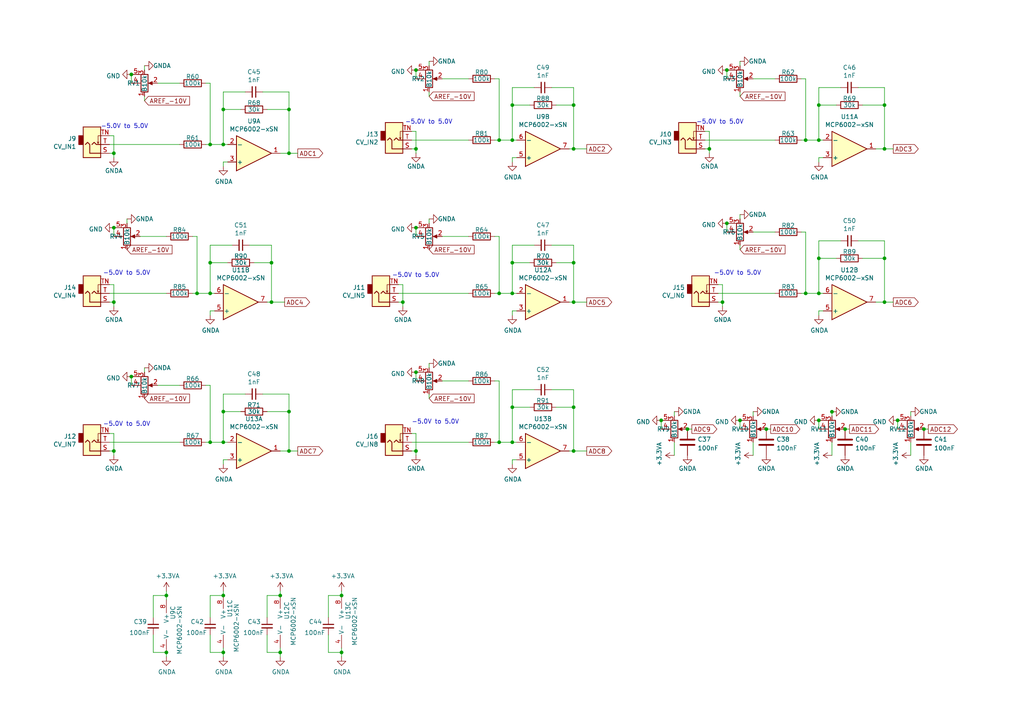
<source format=kicad_sch>
(kicad_sch (version 20211123) (generator eeschema)
  (paper "A4")
  (lib_symbols
    (symbol "Amplifier_Operational:MCP6002-xSN" (pin_names (offset 0.127))
      (property "Reference" "U" (at 0 5.08 0))
      (property "Value" "MCP6002-xSN" (at 0 -5.08 0))
      (symbol "MCP6002-xSN_1_1"
        (pin output line (at 7.62 0 180) (length 2.54) (name "~") (number "1"))
        (pin input line (at -7.62 -2.54 0) (length 2.54) (name "-") (number "2"))
        (pin input line (at -7.62 2.54 0) (length 2.54) (name "+") (number "3"))
      )
      (symbol "MCP6002-xSN_2_1"
        (pin input line (at -7.62 2.54 0) (length 2.54) (name "+") (number "5"))
        (pin input line (at -7.62 -2.54 0) (length 2.54) (name "-") (number "6"))
        (pin output line (at 7.62 0 180) (length 2.54) (name "~") (number "7"))
      )
      (symbol "MCP6002-xSN_3_1"
        (pin power_in line (at -2.54 -7.62 90) (length 3.81) (name "V-") (number "4"))
        (pin power_in line (at -2.54 7.62 270) (length 3.81) (name "V+") (number "8"))
      )
    )
    (symbol "BadPixel_Symbols:R_POT_GND" (pin_names (offset 1.016) hide)
      (property "Reference" "RV" (at -4.445 0 90))
      (property "Value" "R_POT_GND" (at -2.54 0 90))
      (symbol "R_POT_GND_1_1"
        (pin passive line (at 0 3.81 270) (length 1.27) (name "1") (number "1"))
        (pin passive line (at 3.81 0 180) (length 1.27) (name "2") (number "2"))
        (pin passive line (at 0 -3.81 90) (length 1.27) (name "3") (number "3"))
        (pin passive line (at -3.81 0 0) (length 2.54) (name "4") (number "4"))
        (pin passive line (at -3.81 -2.54 0) (length 2.54) (name "5") (number "5"))
      )
    )
    (symbol "Connector:AudioJack2_SwitchT"
      (property "Reference" "J" (at 0 8.89 0))
      (property "Value" "AudioJack2_SwitchT" (at 0 6.35 0))
      (symbol "AudioJack2_SwitchT_1_1"
        (pin passive line (at 5.08 2.54 180) (length 2.54) (name "~") (number "S"))
        (pin passive line (at 5.08 0 180) (length 2.54) (name "~") (number "T"))
        (pin passive line (at 5.08 -2.54 180) (length 2.54) (name "~") (number "TN"))
      )
    )
    (symbol "Device:C" (pin_numbers hide) (pin_names (offset 0.254))
      (property "Reference" "C" (at 0.635 2.54 0))
      (property "Value" "C" (at 0.635 -2.54 0))
      (symbol "C_1_1"
        (pin passive line (at 0 3.81 270) (length 2.794) (name "~") (number "1"))
        (pin passive line (at 0 -3.81 90) (length 2.794) (name "~") (number "2"))
      )
    )
    (symbol "Device:C_Small" (pin_numbers hide) (pin_names (offset 0.254) hide)
      (property "Reference" "C" (at 0.254 1.778 0))
      (property "Value" "C_Small" (at 0.254 -2.032 0))
      (symbol "C_Small_1_1"
        (pin passive line (at 0 2.54 270) (length 2.032) (name "~") (number "1"))
        (pin passive line (at 0 -2.54 90) (length 2.032) (name "~") (number "2"))
      )
    )
    (symbol "Device:R" (pin_numbers hide) (pin_names (offset 0))
      (property "Reference" "R" (at 2.032 0 90))
      (property "Value" "R" (at 0 0 90))
      (symbol "R_1_1"
        (pin passive line (at 0 3.81 270) (length 1.27) (name "~") (number "1"))
        (pin passive line (at 0 -3.81 90) (length 1.27) (name "~") (number "2"))
      )
    )
    (symbol "power:+3.3VA" (power) (pin_names (offset 0))
      (property "Value" "+3.3VA" (at 0 3.556 0))
      (symbol "+3.3VA_1_1"
        (pin power_in line (at 0 0 90) (length 0) hide (name "+3.3VA") (number "1"))
      )
    )
    (symbol "power:GND" (power) (pin_names (offset 0))
      (property "Value" "GND" (at 0 -3.81 0))
      (symbol "GND_1_1"
        (pin power_in line (at 0 0 270) (length 0) hide (name "GND") (number "1"))
      )
    )
    (symbol "power:GNDA" (power) (pin_names (offset 0))
      (property "Value" "GNDA" (at 0 -3.81 0))
      (symbol "GNDA_1_1"
        (pin power_in line (at 0 0 270) (length 0) hide (name "GNDA") (number "1"))
      )
    )
  )
  (junction (at 33.02 66.04))
  (junction (at 214.63 121.92))
  (junction (at 99.06 172.72))
  (junction (at 64.77 189.23))
  (junction (at 267.97 124.46))
  (junction (at 148.59 40.64))
  (junction (at 64.77 119.38))
  (junction (at 33.02 87.63))
  (junction (at 237.49 74.93))
  (junction (at 166.37 130.81))
  (junction (at 78.74 87.63))
  (junction (at 237.49 85.09))
  (junction (at 60.96 128.27))
  (junction (at 33.02 44.45))
  (junction (at 245.11 124.46))
  (junction (at 260.35 121.92))
  (junction (at 148.59 30.48))
  (junction (at 57.15 85.09))
  (junction (at 241.3 119.4326))
  (junction (at 166.37 87.63))
  (junction (at 83.82 130.81))
  (junction (at 191.77 121.92))
  (junction (at 38.1 21.59))
  (junction (at 64.77 31.75))
  (junction (at 166.37 76.2))
  (junction (at 237.49 121.92))
  (junction (at 81.28 172.72))
  (junction (at 210.82 20.32))
  (junction (at 83.82 44.45))
  (junction (at 48.26 172.72))
  (junction (at 64.77 41.91))
  (junction (at 233.68 85.09))
  (junction (at 210.82 64.77))
  (junction (at 120.65 20.32))
  (junction (at 209.55 87.63))
  (junction (at 38.1 109.22))
  (junction (at 166.37 43.18))
  (junction (at 144.78 85.09))
  (junction (at 256.54 43.18))
  (junction (at 233.68 40.64))
  (junction (at 148.59 85.09))
  (junction (at 205.74 43.18))
  (junction (at 81.28 189.23))
  (junction (at 60.96 85.09))
  (junction (at 148.59 76.2))
  (junction (at 256.54 74.93))
  (junction (at 144.78 40.64))
  (junction (at 120.65 66.04))
  (junction (at 120.65 107.95))
  (junction (at 166.37 118.11))
  (junction (at 64.77 128.27))
  (junction (at 120.65 43.18))
  (junction (at 83.82 31.75))
  (junction (at 199.39 124.46))
  (junction (at 116.84 87.63))
  (junction (at 78.74 76.2))
  (junction (at 222.25 124.46))
  (junction (at 64.77 172.72))
  (junction (at 120.65 130.81))
  (junction (at 148.59 118.11))
  (junction (at 144.78 128.27))
  (junction (at 99.06 189.23))
  (junction (at 256.54 87.63))
  (junction (at 33.02 130.81))
  (junction (at 237.49 40.64))
  (junction (at 166.37 30.48))
  (junction (at 83.82 119.38))
  (junction (at 148.59 128.27))
  (junction (at 60.96 41.91))
  (junction (at 60.96 76.2))
  (junction (at 256.54 30.48))
  (junction (at 237.49 30.48))
  (junction (at 48.26 189.23))
  (wire (pts (xy 78.74 87.63) (xy 77.47 87.63)))
  (wire (pts (xy 64.77 46.99) (xy 66.04 46.99)))
  (wire (pts (xy 256.54 69.85) (xy 256.54 74.93)))
  (wire (pts (xy 160.02 113.03) (xy 166.37 113.03)))
  (wire (pts (xy 31.75 85.09) (xy 48.26 85.09)))
  (wire (pts (xy 120.65 43.18) (xy 119.38 43.18)))
  (wire (pts (xy 154.94 71.12) (xy 148.59 71.12)))
  (wire (pts (xy 214.63 121.92) (xy 214.63 124.46)))
  (wire (pts (xy 38.1 21.59) (xy 38.1 24.13)))
  (wire (pts (xy 128.27 110.49) (xy 135.89 110.49)))
  (wire (pts (xy 246.38 124.46) (xy 245.11 124.46)))
  (wire (pts (xy 60.96 76.2) (xy 66.04 76.2)))
  (wire (pts (xy 241.3 119.4326) (xy 241.3 120.65)))
  (wire (pts (xy 99.06 189.23) (xy 99.06 187.96)))
  (wire (pts (xy 166.37 76.2) (xy 166.37 87.63)))
  (wire (pts (xy 64.77 26.67) (xy 64.77 31.75)))
  (wire (pts (xy 60.96 128.27) (xy 64.77 128.27)))
  (wire (pts (xy 82.55 87.63) (xy 78.74 87.63)))
  (wire (pts (xy 64.77 128.27) (xy 64.77 119.38)))
  (wire (pts (xy 64.77 190.5) (xy 64.77 189.23)))
  (wire (pts (xy 33.02 39.37) (xy 33.02 44.45)))
  (wire (pts (xy 120.65 107.95) (xy 120.65 110.49)))
  (wire (pts (xy 223.52 124.46) (xy 222.25 124.46)))
  (wire (pts (xy 264.16 128.27) (xy 264.16 132.08)))
  (wire (pts (xy 60.96 128.27) (xy 59.69 128.27)))
  (wire (pts (xy 83.82 114.3) (xy 83.82 119.38)))
  (wire (pts (xy 115.57 85.09) (xy 135.89 85.09)))
  (wire (pts (xy 149.86 40.64) (xy 148.59 40.64)))
  (wire (pts (xy 209.55 87.63) (xy 208.28 87.63)))
  (wire (pts (xy 161.29 30.48) (xy 166.37 30.48)))
  (wire (pts (xy 120.65 20.32) (xy 120.65 22.86)))
  (wire (pts (xy 33.02 130.81) (xy 31.75 130.81)))
  (wire (pts (xy 195.58 128.27) (xy 195.58 132.08)))
  (wire (pts (xy 59.69 111.76) (xy 60.96 111.76)))
  (wire (pts (xy 214.63 72.39) (xy 214.63 71.12)))
  (wire (pts (xy 237.49 46.99) (xy 237.49 45.72)))
  (wire (pts (xy 60.96 189.23) (xy 64.77 189.23)))
  (wire (pts (xy 44.45 179.07) (xy 44.45 172.72)))
  (wire (pts (xy 31.75 128.27) (xy 52.07 128.27)))
  (wire (pts (xy 260.35 121.92) (xy 260.35 124.46)))
  (wire (pts (xy 33.02 87.63) (xy 31.75 87.63)))
  (wire (pts (xy 40.64 68.58) (xy 48.26 68.58)))
  (wire (pts (xy 148.59 85.09) (xy 144.78 85.09)))
  (wire (pts (xy 259.08 87.63) (xy 256.54 87.63)))
  (wire (pts (xy 148.59 71.12) (xy 148.59 76.2)))
  (wire (pts (xy 99.06 171.45) (xy 99.06 172.72)))
  (wire (pts (xy 124.46 115.57) (xy 124.46 114.3)))
  (wire (pts (xy 210.82 20.32) (xy 210.82 22.86)))
  (wire (pts (xy 45.72 24.13) (xy 52.07 24.13)))
  (wire (pts (xy 237.49 91.44) (xy 237.49 90.17)))
  (wire (pts (xy 60.96 184.15) (xy 60.96 189.23)))
  (wire (pts (xy 205.74 38.1) (xy 205.74 43.18)))
  (wire (pts (xy 160.02 71.12) (xy 166.37 71.12)))
  (wire (pts (xy 161.29 118.11) (xy 166.37 118.11)))
  (wire (pts (xy 83.82 44.45) (xy 81.28 44.45)))
  (wire (pts (xy 99.06 190.5) (xy 99.06 189.23)))
  (wire (pts (xy 33.02 125.73) (xy 33.02 130.81)))
  (wire (pts (xy 237.49 85.09) (xy 237.49 74.93)))
  (wire (pts (xy 124.46 27.94) (xy 124.46 26.67)))
  (wire (pts (xy 143.51 110.49) (xy 144.78 110.49)))
  (wire (pts (xy 237.49 25.4) (xy 237.49 30.48)))
  (wire (pts (xy 77.47 31.75) (xy 83.82 31.75)))
  (wire (pts (xy 248.92 69.85) (xy 256.54 69.85)))
  (wire (pts (xy 60.96 179.07) (xy 60.96 172.72)))
  (wire (pts (xy 218.44 119.38) (xy 218.44 120.65)))
  (wire (pts (xy 232.41 67.31) (xy 233.68 67.31)))
  (wire (pts (xy 148.59 134.62) (xy 148.59 133.35)))
  (wire (pts (xy 166.37 30.48) (xy 166.37 43.18)))
  (wire (pts (xy 148.59 30.48) (xy 153.67 30.48)))
  (wire (pts (xy 71.12 114.3) (xy 64.77 114.3)))
  (wire (pts (xy 148.59 128.27) (xy 144.78 128.27)))
  (wire (pts (xy 232.41 22.86) (xy 233.68 22.86)))
  (wire (pts (xy 60.96 90.17) (xy 62.23 90.17)))
  (wire (pts (xy 191.77 121.92) (xy 191.77 124.46)))
  (wire (pts (xy 237.49 121.92) (xy 237.49 124.46)))
  (wire (pts (xy 128.27 22.86) (xy 135.89 22.86)))
  (wire (pts (xy 205.74 43.18) (xy 204.47 43.18)))
  (wire (pts (xy 170.18 43.18) (xy 166.37 43.18)))
  (wire (pts (xy 86.36 130.81) (xy 83.82 130.81)))
  (wire (pts (xy 214.63 17.78) (xy 214.63 19.05)))
  (wire (pts (xy 214.63 27.94) (xy 214.63 26.67)))
  (wire (pts (xy 41.91 29.21) (xy 41.91 27.94)))
  (wire (pts (xy 205.74 44.45) (xy 205.74 43.18)))
  (wire (pts (xy 38.1 109.22) (xy 38.1 111.76)))
  (wire (pts (xy 166.37 71.12) (xy 166.37 76.2)))
  (wire (pts (xy 218.44 67.31) (xy 224.79 67.31)))
  (wire (pts (xy 218.44 22.86) (xy 224.79 22.86)))
  (wire (pts (xy 143.51 68.58) (xy 144.78 68.58)))
  (wire (pts (xy 204.47 38.1) (xy 205.74 38.1)))
  (wire (pts (xy 144.78 40.64) (xy 143.51 40.64)))
  (wire (pts (xy 48.26 190.5) (xy 48.26 189.23)))
  (wire (pts (xy 170.18 87.63) (xy 166.37 87.63)))
  (wire (pts (xy 57.15 68.58) (xy 57.15 85.09)))
  (wire (pts (xy 148.59 133.35) (xy 149.86 133.35)))
  (wire (pts (xy 78.74 71.12) (xy 78.74 76.2)))
  (wire (pts (xy 233.68 40.64) (xy 237.49 40.64)))
  (wire (pts (xy 62.23 85.09) (xy 60.96 85.09)))
  (wire (pts (xy 60.96 172.72) (xy 64.77 172.72)))
  (wire (pts (xy 148.59 25.4) (xy 148.59 30.48)))
  (wire (pts (xy 81.28 190.5) (xy 81.28 189.23)))
  (wire (pts (xy 256.54 87.63) (xy 254 87.63)))
  (wire (pts (xy 45.72 111.76) (xy 52.07 111.76)))
  (wire (pts (xy 233.68 67.31) (xy 233.68 85.09)))
  (wire (pts (xy 48.26 171.45) (xy 48.26 172.72)))
  (wire (pts (xy 66.04 128.27) (xy 64.77 128.27)))
  (wire (pts (xy 148.59 118.11) (xy 153.67 118.11)))
  (wire (pts (xy 119.38 40.64) (xy 135.89 40.64)))
  (wire (pts (xy 67.31 71.12) (xy 60.96 71.12)))
  (wire (pts (xy 233.68 22.86) (xy 233.68 40.64)))
  (wire (pts (xy 44.45 189.23) (xy 48.26 189.23)))
  (wire (pts (xy 148.59 40.64) (xy 148.59 30.48)))
  (wire (pts (xy 77.47 184.15) (xy 77.47 189.23)))
  (wire (pts (xy 64.77 134.62) (xy 64.77 133.35)))
  (wire (pts (xy 64.77 31.75) (xy 69.85 31.75)))
  (wire (pts (xy 120.65 38.1) (xy 120.65 43.18)))
  (wire (pts (xy 83.82 130.81) (xy 81.28 130.81)))
  (wire (pts (xy 256.54 30.48) (xy 256.54 43.18)))
  (wire (pts (xy 33.02 82.55) (xy 33.02 87.63)))
  (wire (pts (xy 238.76 85.09) (xy 237.49 85.09)))
  (wire (pts (xy 60.96 24.13) (xy 60.96 41.91)))
  (wire (pts (xy 238.76 40.64) (xy 237.49 40.64)))
  (wire (pts (xy 154.94 25.4) (xy 148.59 25.4)))
  (wire (pts (xy 72.39 71.12) (xy 78.74 71.12)))
  (wire (pts (xy 161.29 76.2) (xy 166.37 76.2)))
  (wire (pts (xy 243.84 25.4) (xy 237.49 25.4)))
  (wire (pts (xy 148.59 46.99) (xy 148.59 45.72)))
  (wire (pts (xy 143.51 22.86) (xy 144.78 22.86)))
  (wire (pts (xy 237.49 30.48) (xy 242.57 30.48)))
  (wire (pts (xy 76.2 26.67) (xy 83.82 26.67)))
  (wire (pts (xy 243.84 69.85) (xy 237.49 69.85)))
  (wire (pts (xy 33.02 44.45) (xy 31.75 44.45)))
  (wire (pts (xy 144.78 68.58) (xy 144.78 85.09)))
  (wire (pts (xy 83.82 31.75) (xy 83.82 44.45)))
  (wire (pts (xy 116.84 87.63) (xy 115.57 87.63)))
  (wire (pts (xy 64.77 119.38) (xy 69.85 119.38)))
  (wire (pts (xy 166.37 87.63) (xy 165.1 87.63)))
  (wire (pts (xy 149.86 128.27) (xy 148.59 128.27)))
  (wire (pts (xy 124.46 105.41) (xy 124.46 106.68)))
  (wire (pts (xy 33.02 132.08) (xy 33.02 130.81)))
  (wire (pts (xy 73.66 76.2) (xy 78.74 76.2)))
  (wire (pts (xy 86.36 44.45) (xy 83.82 44.45)))
  (wire (pts (xy 83.82 26.67) (xy 83.82 31.75)))
  (wire (pts (xy 76.2 114.3) (xy 83.82 114.3)))
  (wire (pts (xy 120.65 132.08) (xy 120.65 130.81)))
  (wire (pts (xy 41.91 106.68) (xy 41.91 107.95)))
  (wire (pts (xy 31.75 41.91) (xy 52.07 41.91)))
  (wire (pts (xy 214.63 62.23) (xy 214.63 63.5)))
  (wire (pts (xy 36.83 63.5) (xy 36.83 64.77)))
  (wire (pts (xy 144.78 128.27) (xy 143.51 128.27)))
  (wire (pts (xy 120.65 130.81) (xy 119.38 130.81)))
  (wire (pts (xy 81.28 171.45) (xy 81.28 172.72)))
  (wire (pts (xy 66.04 41.91) (xy 64.77 41.91)))
  (wire (pts (xy 148.59 128.27) (xy 148.59 118.11)))
  (wire (pts (xy 77.47 119.38) (xy 83.82 119.38)))
  (wire (pts (xy 41.91 19.05) (xy 41.91 20.32)))
  (wire (pts (xy 237.49 90.17) (xy 238.76 90.17)))
  (wire (pts (xy 233.68 85.09) (xy 237.49 85.09)))
  (wire (pts (xy 78.74 76.2) (xy 78.74 87.63)))
  (wire (pts (xy 166.37 130.81) (xy 165.1 130.81)))
  (wire (pts (xy 148.59 91.44) (xy 148.59 90.17)))
  (wire (pts (xy 64.77 133.35) (xy 66.04 133.35)))
  (wire (pts (xy 81.28 189.23) (xy 81.28 187.96)))
  (wire (pts (xy 71.12 26.67) (xy 64.77 26.67)))
  (wire (pts (xy 119.38 38.1) (xy 120.65 38.1)))
  (wire (pts (xy 144.78 22.86) (xy 144.78 40.64)))
  (wire (pts (xy 195.58 119.38) (xy 195.58 120.65)))
  (wire (pts (xy 64.77 41.91) (xy 64.77 31.75)))
  (wire (pts (xy 119.38 125.73) (xy 120.65 125.73)))
  (wire (pts (xy 33.02 88.9) (xy 33.02 87.63)))
  (wire (pts (xy 119.38 128.27) (xy 135.89 128.27)))
  (wire (pts (xy 120.65 66.04) (xy 120.65 68.58)))
  (wire (pts (xy 148.59 113.03) (xy 148.59 118.11)))
  (wire (pts (xy 48.26 172.72) (xy 48.26 173.99)))
  (wire (pts (xy 144.78 85.09) (xy 143.51 85.09)))
  (wire (pts (xy 166.37 25.4) (xy 166.37 30.48)))
  (wire (pts (xy 64.77 114.3) (xy 64.77 119.38)))
  (wire (pts (xy 204.47 40.64) (xy 224.79 40.64)))
  (wire (pts (xy 148.59 90.17) (xy 149.86 90.17)))
  (wire (pts (xy 120.65 125.73) (xy 120.65 130.81)))
  (wire (pts (xy 148.59 85.09) (xy 148.59 76.2)))
  (wire (pts (xy 250.19 74.93) (xy 256.54 74.93)))
  (wire (pts (xy 210.82 64.77) (xy 210.82 67.31)))
  (wire (pts (xy 44.45 184.15) (xy 44.45 189.23)))
  (wire (pts (xy 166.37 43.18) (xy 165.1 43.18)))
  (wire (pts (xy 116.84 82.55) (xy 116.84 87.63)))
  (wire (pts (xy 60.96 85.09) (xy 57.15 85.09)))
  (wire (pts (xy 31.75 82.55) (xy 33.02 82.55)))
  (wire (pts (xy 33.02 45.72) (xy 33.02 44.45)))
  (wire (pts (xy 256.54 43.18) (xy 254 43.18)))
  (wire (pts (xy 31.75 39.37) (xy 33.02 39.37)))
  (wire (pts (xy 60.96 41.91) (xy 59.69 41.91)))
  (wire (pts (xy 128.27 68.58) (xy 135.89 68.58)))
  (wire (pts (xy 57.15 85.09) (xy 55.88 85.09)))
  (wire (pts (xy 116.84 88.9) (xy 116.84 87.63)))
  (wire (pts (xy 83.82 119.38) (xy 83.82 130.81)))
  (wire (pts (xy 233.68 85.09) (xy 232.41 85.09)))
  (wire (pts (xy 264.16 119.38) (xy 264.16 120.65)))
  (wire (pts (xy 149.86 85.09) (xy 148.59 85.09)))
  (wire (pts (xy 115.57 82.55) (xy 116.84 82.55)))
  (wire (pts (xy 95.25 184.15) (xy 95.25 189.23)))
  (wire (pts (xy 60.96 85.09) (xy 60.96 76.2)))
  (wire (pts (xy 237.49 69.85) (xy 237.49 74.93)))
  (wire (pts (xy 144.78 110.49) (xy 144.78 128.27)))
  (wire (pts (xy 55.88 68.58) (xy 57.15 68.58)))
  (wire (pts (xy 209.55 82.55) (xy 209.55 87.63)))
  (wire (pts (xy 60.96 71.12) (xy 60.96 76.2)))
  (wire (pts (xy 64.77 189.23) (xy 64.77 187.96)))
  (wire (pts (xy 64.77 171.45) (xy 64.77 172.72)))
  (wire (pts (xy 95.25 179.07) (xy 95.25 172.72)))
  (wire (pts (xy 256.54 25.4) (xy 256.54 30.48)))
  (wire (pts (xy 209.55 88.9) (xy 209.55 87.63)))
  (wire (pts (xy 77.47 189.23) (xy 81.28 189.23)))
  (wire (pts (xy 124.46 17.78) (xy 124.46 19.05)))
  (wire (pts (xy 148.59 40.64) (xy 144.78 40.64)))
  (wire (pts (xy 237.49 74.93) (xy 242.57 74.93)))
  (wire (pts (xy 218.44 128.27) (xy 218.44 132.08)))
  (wire (pts (xy 248.92 25.4) (xy 256.54 25.4)))
  (wire (pts (xy 250.19 30.48) (xy 256.54 30.48)))
  (wire (pts (xy 59.69 24.13) (xy 60.96 24.13)))
  (wire (pts (xy 60.96 111.76) (xy 60.96 128.27)))
  (wire (pts (xy 208.28 85.09) (xy 224.79 85.09)))
  (wire (pts (xy 154.94 113.03) (xy 148.59 113.03)))
  (wire (pts (xy 77.47 179.07) (xy 77.47 172.72)))
  (wire (pts (xy 269.24 124.46) (xy 267.97 124.46)))
  (wire (pts (xy 237.49 40.64) (xy 237.49 30.48)))
  (wire (pts (xy 170.18 130.81) (xy 166.37 130.81)))
  (wire (pts (xy 31.75 125.73) (xy 33.02 125.73)))
  (wire (pts (xy 166.37 118.11) (xy 166.37 130.81)))
  (wire (pts (xy 237.49 45.72) (xy 238.76 45.72)))
  (wire (pts (xy 44.45 172.72) (xy 48.26 172.72)))
  (wire (pts (xy 120.65 44.45) (xy 120.65 43.18)))
  (wire (pts (xy 148.59 45.72) (xy 149.86 45.72)))
  (wire (pts (xy 166.37 113.03) (xy 166.37 118.11)))
  (wire (pts (xy 148.59 76.2) (xy 153.67 76.2)))
  (wire (pts (xy 95.25 189.23) (xy 99.06 189.23)))
  (wire (pts (xy 64.77 48.26) (xy 64.77 46.99)))
  (wire (pts (xy 60.96 91.44) (xy 60.96 90.17)))
  (wire (pts (xy 208.28 82.55) (xy 209.55 82.55)))
  (wire (pts (xy 241.3 128.27) (xy 241.3 132.08)))
  (wire (pts (xy 160.02 25.4) (xy 166.37 25.4)))
  (wire (pts (xy 60.96 41.91) (xy 64.77 41.91)))
  (wire (pts (xy 95.25 172.72) (xy 99.06 172.72)))
  (wire (pts (xy 241.3 119.38) (xy 241.3 119.4326)))
  (wire (pts (xy 259.08 43.18) (xy 256.54 43.18)))
  (wire (pts (xy 233.68 40.64) (xy 232.41 40.64)))
  (wire (pts (xy 33.02 66.04) (xy 33.02 68.58)))
  (wire (pts (xy 200.66 124.46) (xy 199.39 124.46)))
  (wire (pts (xy 256.54 74.93) (xy 256.54 87.63)))
  (wire (pts (xy 77.47 172.72) (xy 81.28 172.72)))
  (wire (pts (xy 124.46 63.5) (xy 124.46 64.77)))
  (text "-5.0V to 5.0V" (at 117.475 36.195 0) (effects (font (size 1.27 1.27)) (justify left bottom)))
  (text "-5.0V to 5.0V" (at 113.665 80.645 0) (effects (font (size 1.27 1.27)) (justify left bottom)))
  (text "-5.0V to 5.0V" (at 29.21 37.465 0) (effects (font (size 1.27 1.27)) (justify left bottom)))
  (text "-5.0V to 5.0V" (at 201.93 36.195 0) (effects (font (size 1.27 1.27)) (justify left bottom)))
  (text "-5.0V to 5.0V" (at 29.845 123.825 0) (effects (font (size 1.27 1.27)) (justify left bottom)))
  (text "-5.0V to 5.0V" (at 29.845 80.01 0) (effects (font (size 1.27 1.27)) (justify left bottom)))
  (text "-5.0V to 5.0V" (at 207.01 80.01 0) (effects (font (size 1.27 1.27)) (justify left bottom)))
  (text "-5.0V to 5.0V" (at 119.38 123.19 0) (effects (font (size 1.27 1.27)) (justify left bottom)))
  (global_label "ADC5" (shape output) (at 170.18 87.63 0) (property "Intersheet References" "${INTERSHEET_REFS}" (effects hide)))
  (global_label "ADC1" (shape output) (at 86.36 44.45 0) (property "Intersheet References" "${INTERSHEET_REFS}" (effects hide)))
  (global_label "ADC3" (shape output) (at 259.08 43.18 0) (property "Intersheet References" "${INTERSHEET_REFS}" (effects hide)))
  (global_label "ADC11" (shape output) (at 246.38 124.46 0) (property "Intersheet References" "${INTERSHEET_REFS}" (effects hide)))
  (global_label "AREF_-10V" (shape input) (at 124.46 27.94 0) (property "Intersheet References" "${INTERSHEET_REFS}" (effects hide)))
  (global_label "ADC6" (shape output) (at 259.08 87.63 0) (property "Intersheet References" "${INTERSHEET_REFS}" (effects hide)))
  (global_label "AREF_-10V" (shape input) (at 124.46 72.39 0) (property "Intersheet References" "${INTERSHEET_REFS}" (effects hide)))
  (global_label "AREF_-10V" (shape input) (at 214.63 27.94 0) (property "Intersheet References" "${INTERSHEET_REFS}" (effects hide)))
  (global_label "ADC7" (shape output) (at 86.36 130.81 0) (property "Intersheet References" "${INTERSHEET_REFS}" (effects hide)))
  (global_label "ADC4" (shape output) (at 82.55 87.63 0) (property "Intersheet References" "${INTERSHEET_REFS}" (effects hide)))
  (global_label "AREF_-10V" (shape input) (at 41.91 29.21 0) (property "Intersheet References" "${INTERSHEET_REFS}" (effects hide)))
  (global_label "ADC10" (shape output) (at 223.52 124.46 0) (property "Intersheet References" "${INTERSHEET_REFS}" (effects hide)))
  (global_label "AREF_-10V" (shape input) (at 36.83 72.39 0) (property "Intersheet References" "${INTERSHEET_REFS}" (effects hide)))
  (global_label "AREF_-10V" (shape input) (at 214.63 72.39 0) (property "Intersheet References" "${INTERSHEET_REFS}" (effects hide)))
  (global_label "AREF_-10V" (shape input) (at 124.46 115.57 0) (property "Intersheet References" "${INTERSHEET_REFS}" (effects hide)))
  (global_label "ADC9" (shape output) (at 200.66 124.46 0) (property "Intersheet References" "${INTERSHEET_REFS}" (effects hide)))
  (global_label "AREF_-10V" (shape input) (at 41.91 115.57 0) (property "Intersheet References" "${INTERSHEET_REFS}" (effects hide)))
  (global_label "ADC2" (shape output) (at 170.18 43.18 0) (property "Intersheet References" "${INTERSHEET_REFS}" (effects hide)))
  (global_label "ADC12" (shape output) (at 269.24 124.46 0) (property "Intersheet References" "${INTERSHEET_REFS}" (effects hide)))
  (global_label "ADC8" (shape output) (at 170.18 130.81 0) (property "Intersheet References" "${INTERSHEET_REFS}" (effects hide)))
  (symbol (lib_id "Connector:AudioJack2_SwitchT") (at 26.67 41.91 0) (mirror x) (unit 1)
    (property "Reference" "J9" (at 22.1234 40.2082 0) (effects (justify right)))
    (property "Value" "CV_IN1" (at 22.1234 42.5196 0) (effects (justify right)))
    (property "Footprint" "foots:WQP-PJ301M" (effects hide))
    (property "LCSC" "-" (effects hide))
  )
  (symbol (lib_id "Device:R") (at 55.88 41.91 270) (unit 1)
    (property "Reference" "R61" (at 55.88 40.005 90))
    (property "Value" "100k" (at 55.88 41.91 90))
    (property "Footprint" "Resistor_SMD:R_0603_1608Metric" (effects hide))
    (property "LCSC" "C25803" (effects hide))
  )
  (symbol (lib_id "Device:R") (at 73.66 31.75 270) (unit 1)
    (property "Reference" "R68" (at 73.66 29.845 90))
    (property "Value" "30k" (at 73.66 31.75 90))
    (property "Footprint" "Resistor_SMD:R_0603_1608Metric" (effects hide))
    (property "LCSC" "C22984" (effects hide))
  )
  (symbol (lib_id "Device:C_Small") (at 73.66 26.67 270) (unit 1)
    (property "Reference" "C45" (at 73.66 20.8534 90))
    (property "Value" "1nF" (at 73.66 23.1648 90))
    (property "Footprint" "Capacitor_SMD:C_0603_1608Metric" (effects hide))
    (property "LCSC" "C1588" (effects hide))
  )
  (symbol (lib_id "power:GNDA") (at 33.02 45.72 0) (unit 1)
    (property "Reference" "#PWR079" (effects hide))
    (property "Value" "GNDA" (at 33.02 49.53 0))
  )
  (symbol (lib_id "power:GNDA") (at 64.77 48.26 0) (unit 1)
    (property "Reference" "#PWR0106" (effects hide))
    (property "Value" "GNDA" (at 64.897 52.6542 0))
  )
  (symbol (lib_id "power:GNDA") (at 48.26 190.5 0) (unit 1)
    (property "Reference" "#PWR086" (effects hide))
    (property "Value" "GNDA" (at 48.387 194.8942 0))
  )
  (symbol (lib_id "Device:C_Small") (at 44.45 181.61 0) (unit 1)
    (property "Reference" "C39" (at 38.735 180.34 0) (effects (justify left)))
    (property "Value" "100nF" (at 37.465 183.515 0) (effects (justify left)))
    (property "Footprint" "Capacitor_SMD:C_0603_1608Metric" (effects hide))
    (property "LCSC" "C14663" (effects hide))
  )
  (symbol (lib_id "Device:R") (at 55.88 24.13 270) (unit 1)
    (property "Reference" "R60" (at 55.88 22.225 90))
    (property "Value" "100k" (at 55.88 24.13 90))
    (property "Footprint" "Resistor_SMD:R_0603_1608Metric" (effects hide))
    (property "LCSC" "C25803" (effects hide))
  )
  (symbol (lib_id "BadPixel_Symbols:R_POT_GND") (at 41.91 24.13 0) (mirror x) (unit 1)
    (property "Reference" "RV1" (at 40.64 24.13 0) (effects (justify right)))
    (property "Value" "B10k" (at 41.91 26.67 90) (effects (justify right)))
    (property "Footprint" "foots:ALPS_POT_VERTICAL_PS" (effects hide))
    (property "LCSC" "-" (effects hide))
  )
  (symbol (lib_id "Amplifier_Operational:MCP6002-xSN") (at 73.66 44.45 0) (mirror x) (unit 1)
    (property "Reference" "U9" (at 73.66 35.1282 0))
    (property "Value" "MCP6002-xSN" (at 73.66 37.4396 0))
    (property "Footprint" "Package_SO:SOIC-8_3.9x4.9mm_P1.27mm" (effects hide))
    (property "Datasheet" "http://ww1.microchip.com/downloads/en/DeviceDoc/21733j.pdf" (effects hide))
    (property "LCSC" "C7377" (effects hide))
  )
  (symbol (lib_id "power:+3.3VA") (at 48.26 171.45 0) (unit 1)
    (property "Reference" "#PWR085" (effects hide))
    (property "Value" "+3.3VA" (at 48.641 167.0558 0))
  )
  (symbol (lib_id "power:+3.3VA") (at 64.77 171.45 0) (unit 1)
    (property "Reference" "#PWR095" (effects hide))
    (property "Value" "+3.3VA" (at 65.151 167.0558 0))
  )
  (symbol (lib_id "power:+3.3VA") (at 81.28 171.45 0) (unit 1)
    (property "Reference" "#PWR0104" (effects hide))
    (property "Value" "+3.3VA" (at 81.661 167.0558 0))
  )
  (symbol (lib_id "power:+3.3VA") (at 99.06 171.45 0) (unit 1)
    (property "Reference" "#PWR0110" (effects hide))
    (property "Value" "+3.3VA" (at 99.441 167.0558 0))
  )
  (symbol (lib_id "Connector:AudioJack2_SwitchT") (at 114.3 40.64 0) (mirror x) (unit 1)
    (property "Reference" "J13" (at 109.7534 38.9382 0) (effects (justify right)))
    (property "Value" "CV_IN2" (at 109.7534 41.2496 0) (effects (justify right)))
    (property "Footprint" "foots:WQP-PJ301M" (effects hide))
    (property "LCSC" "-" (effects hide))
  )
  (symbol (lib_id "Device:R") (at 139.7 40.64 270) (unit 1)
    (property "Reference" "R81" (at 139.7 38.735 90))
    (property "Value" "100k" (at 139.7 40.64 90))
    (property "Footprint" "Resistor_SMD:R_0603_1608Metric" (effects hide))
    (property "LCSC" "C25803" (effects hide))
  )
  (symbol (lib_id "Device:R") (at 157.48 30.48 270) (unit 1)
    (property "Reference" "R88" (at 157.48 28.575 90))
    (property "Value" "30k" (at 157.48 30.48 90))
    (property "Footprint" "Resistor_SMD:R_0603_1608Metric" (effects hide))
    (property "LCSC" "C22984" (effects hide))
  )
  (symbol (lib_id "Device:C_Small") (at 157.48 25.4 270) (unit 1)
    (property "Reference" "C49" (at 157.48 19.5834 90))
    (property "Value" "1nF" (at 157.48 21.8948 90))
    (property "Footprint" "Capacitor_SMD:C_0603_1608Metric" (effects hide))
    (property "LCSC" "C1588" (effects hide))
  )
  (symbol (lib_id "power:GNDA") (at 120.65 44.45 0) (unit 1)
    (property "Reference" "#PWR0112" (effects hide))
    (property "Value" "GNDA" (at 120.65 48.26 0))
  )
  (symbol (lib_id "power:GNDA") (at 148.59 46.99 0) (unit 1)
    (property "Reference" "#PWR0130" (effects hide))
    (property "Value" "GNDA" (at 148.717 51.3842 0))
  )
  (symbol (lib_id "Device:R") (at 139.7 22.86 270) (unit 1)
    (property "Reference" "R80" (at 139.7 20.955 90))
    (property "Value" "100k" (at 139.7 22.86 90))
    (property "Footprint" "Resistor_SMD:R_0603_1608Metric" (effects hide))
    (property "LCSC" "C25803" (effects hide))
  )
  (symbol (lib_id "BadPixel_Symbols:R_POT_GND") (at 124.46 22.86 0) (mirror x) (unit 1)
    (property "Reference" "RV2" (at 123.19 22.86 0) (effects (justify right)))
    (property "Value" "B10k" (at 124.46 25.4 90) (effects (justify right)))
    (property "Footprint" "foots:ALPS_POT_VERTICAL_PS" (effects hide))
    (property "LCSC" "-" (effects hide))
  )
  (symbol (lib_id "Amplifier_Operational:MCP6002-xSN") (at 157.48 43.18 0) (mirror x) (unit 2)
    (property "Reference" "U9" (at 157.48 33.8582 0))
    (property "Value" "MCP6002-xSN" (at 157.48 36.1696 0))
    (property "Footprint" "Package_SO:SOIC-8_3.9x4.9mm_P1.27mm" (effects hide))
    (property "Datasheet" "http://ww1.microchip.com/downloads/en/DeviceDoc/21733j.pdf" (effects hide))
    (property "LCSC" "C7377" (effects hide))
  )
  (symbol (lib_id "Amplifier_Operational:MCP6002-xSN") (at 50.8 181.61 0) (unit 3)
    (property "Reference" "U9" (at 50.165 179.705 90) (effects (justify left)))
    (property "Value" "MCP6002-xSN" (at 52.07 189.865 90) (effects (justify left)))
    (property "Footprint" "Package_SO:SOIC-8_3.9x4.9mm_P1.27mm" (effects hide))
    (property "Datasheet" "http://ww1.microchip.com/downloads/en/DeviceDoc/21733j.pdf" (effects hide))
    (property "LCSC" "C7377" (effects hide))
  )
  (symbol (lib_id "Connector:AudioJack2_SwitchT") (at 26.67 85.09 0) (mirror x) (unit 1)
    (property "Reference" "J14" (at 22.1234 83.3882 0) (effects (justify right)))
    (property "Value" "CV_IN4" (at 22.1234 85.6996 0) (effects (justify right)))
    (property "Footprint" "foots:WQP-PJ301M" (effects hide))
    (property "LCSC" "-" (effects hide))
  )
  (symbol (lib_id "Device:R") (at 52.07 85.09 270) (unit 1)
    (property "Reference" "R85" (at 52.07 83.185 90))
    (property "Value" "100k" (at 52.07 85.09 90))
    (property "Footprint" "Resistor_SMD:R_0603_1608Metric" (effects hide))
    (property "LCSC" "C25803" (effects hide))
  )
  (symbol (lib_id "Device:R") (at 69.85 76.2 270) (unit 1)
    (property "Reference" "R90" (at 69.85 74.295 90))
    (property "Value" "30k" (at 69.85 76.2 90))
    (property "Footprint" "Resistor_SMD:R_0603_1608Metric" (effects hide))
    (property "LCSC" "C22984" (effects hide))
  )
  (symbol (lib_id "Device:C_Small") (at 69.85 71.12 270) (unit 1)
    (property "Reference" "C51" (at 69.85 65.3034 90))
    (property "Value" "1nF" (at 69.85 67.6148 90))
    (property "Footprint" "Capacitor_SMD:C_0603_1608Metric" (effects hide))
    (property "LCSC" "C1588" (effects hide))
  )
  (symbol (lib_id "power:GNDA") (at 33.02 88.9 0) (unit 1)
    (property "Reference" "#PWR0114" (effects hide))
    (property "Value" "GNDA" (at 33.02 92.71 0))
  )
  (symbol (lib_id "power:GNDA") (at 60.96 91.44 0) (unit 1)
    (property "Reference" "#PWR0132" (effects hide))
    (property "Value" "GNDA" (at 61.087 95.8342 0))
  )
  (symbol (lib_id "Device:R") (at 52.07 68.58 270) (unit 1)
    (property "Reference" "R84" (at 52.07 66.675 90))
    (property "Value" "100k" (at 52.07 68.58 90))
    (property "Footprint" "Resistor_SMD:R_0603_1608Metric" (effects hide))
    (property "LCSC" "C25803" (effects hide))
  )
  (symbol (lib_id "BadPixel_Symbols:R_POT_GND") (at 36.83 68.58 0) (mirror x) (unit 1)
    (property "Reference" "RV4" (at 35.56 68.58 0) (effects (justify right)))
    (property "Value" "B10k" (at 36.83 71.12 90) (effects (justify right)))
    (property "Footprint" "foots:ALPS_POT_VERTICAL_PS" (effects hide))
    (property "LCSC" "-" (effects hide))
  )
  (symbol (lib_id "Amplifier_Operational:MCP6002-xSN") (at 69.85 87.63 0) (mirror x) (unit 2)
    (property "Reference" "U11" (at 69.85 78.3082 0))
    (property "Value" "MCP6002-xSN" (at 69.85 80.6196 0))
    (property "Footprint" "Package_SO:SOIC-8_3.9x4.9mm_P1.27mm" (effects hide))
    (property "Datasheet" "http://ww1.microchip.com/downloads/en/DeviceDoc/21733j.pdf" (effects hide))
    (property "LCSC" "C7377" (effects hide))
  )
  (symbol (lib_id "Connector:AudioJack2_SwitchT") (at 199.39 40.64 0) (mirror x) (unit 1)
    (property "Reference" "J10" (at 194.8434 38.9382 0) (effects (justify right)))
    (property "Value" "CV_IN3" (at 194.8434 41.2496 0) (effects (justify right)))
    (property "Footprint" "foots:WQP-PJ301M" (effects hide))
    (property "LCSC" "-" (effects hide))
  )
  (symbol (lib_id "Device:R") (at 228.6 40.64 270) (unit 1)
    (property "Reference" "R63" (at 228.6 38.735 90))
    (property "Value" "100k" (at 228.6 40.64 90))
    (property "Footprint" "Resistor_SMD:R_0603_1608Metric" (effects hide))
    (property "LCSC" "C25803" (effects hide))
  )
  (symbol (lib_id "Device:R") (at 246.38 30.48 270) (unit 1)
    (property "Reference" "R69" (at 246.38 28.575 90))
    (property "Value" "30k" (at 246.38 30.48 90))
    (property "Footprint" "Resistor_SMD:R_0603_1608Metric" (effects hide))
    (property "LCSC" "C22984" (effects hide))
  )
  (symbol (lib_id "Device:C_Small") (at 246.38 25.4 270) (unit 1)
    (property "Reference" "C46" (at 246.38 19.5834 90))
    (property "Value" "1nF" (at 246.38 21.8948 90))
    (property "Footprint" "Capacitor_SMD:C_0603_1608Metric" (effects hide))
    (property "LCSC" "C1588" (effects hide))
  )
  (symbol (lib_id "power:GNDA") (at 205.74 44.45 0) (unit 1)
    (property "Reference" "#PWR081" (effects hide))
    (property "Value" "GNDA" (at 205.74 48.26 0))
  )
  (symbol (lib_id "power:GNDA") (at 237.49 46.99 0) (unit 1)
    (property "Reference" "#PWR0107" (effects hide))
    (property "Value" "GNDA" (at 237.617 51.3842 0))
  )
  (symbol (lib_id "Device:R") (at 228.6 22.86 270) (unit 1)
    (property "Reference" "R62" (at 228.6 20.955 90))
    (property "Value" "100k" (at 228.6 22.86 90))
    (property "Footprint" "Resistor_SMD:R_0603_1608Metric" (effects hide))
    (property "LCSC" "C25803" (effects hide))
  )
  (symbol (lib_id "BadPixel_Symbols:R_POT_GND") (at 214.63 22.86 0) (mirror x) (unit 1)
    (property "Reference" "RV3" (at 213.36 22.86 0) (effects (justify right)))
    (property "Value" "B10k" (at 214.63 25.4 90) (effects (justify right)))
    (property "Footprint" "foots:ALPS_POT_VERTICAL_PS" (effects hide))
    (property "LCSC" "-" (effects hide))
  )
  (symbol (lib_id "Amplifier_Operational:MCP6002-xSN") (at 246.38 43.18 0) (mirror x) (unit 1)
    (property "Reference" "U11" (at 246.38 33.8582 0))
    (property "Value" "MCP6002-xSN" (at 246.38 36.1696 0))
    (property "Footprint" "Package_SO:SOIC-8_3.9x4.9mm_P1.27mm" (effects hide))
    (property "Datasheet" "http://ww1.microchip.com/downloads/en/DeviceDoc/21733j.pdf" (effects hide))
    (property "LCSC" "C7377" (effects hide))
  )
  (symbol (lib_id "Connector:AudioJack2_SwitchT") (at 203.2 85.09 0) (mirror x) (unit 1)
    (property "Reference" "J15" (at 198.6534 83.3882 0) (effects (justify right)))
    (property "Value" "CV_IN6" (at 198.6534 85.6996 0) (effects (justify right)))
    (property "Footprint" "foots:WQP-PJ301M" (effects hide))
    (property "LCSC" "-" (effects hide))
  )
  (symbol (lib_id "Device:R") (at 228.6 85.09 270) (unit 1)
    (property "Reference" "R83" (at 228.6 83.185 90))
    (property "Value" "100k" (at 228.6 85.09 90))
    (property "Footprint" "Resistor_SMD:R_0603_1608Metric" (effects hide))
    (property "LCSC" "C25803" (effects hide))
  )
  (symbol (lib_id "Device:R") (at 246.38 74.93 270) (unit 1)
    (property "Reference" "R89" (at 246.38 73.025 90))
    (property "Value" "30k" (at 246.38 74.93 90))
    (property "Footprint" "Resistor_SMD:R_0603_1608Metric" (effects hide))
    (property "LCSC" "C22984" (effects hide))
  )
  (symbol (lib_id "Device:C_Small") (at 246.38 69.85 270) (unit 1)
    (property "Reference" "C50" (at 246.38 64.0334 90))
    (property "Value" "1nF" (at 246.38 66.3448 90))
    (property "Footprint" "Capacitor_SMD:C_0603_1608Metric" (effects hide))
    (property "LCSC" "C1588" (effects hide))
  )
  (symbol (lib_id "power:GNDA") (at 209.55 88.9 0) (unit 1)
    (property "Reference" "#PWR0121" (effects hide))
    (property "Value" "GNDA" (at 209.55 92.71 0))
  )
  (symbol (lib_id "power:GNDA") (at 237.49 91.44 0) (unit 1)
    (property "Reference" "#PWR0131" (effects hide))
    (property "Value" "GNDA" (at 237.617 95.8342 0))
  )
  (symbol (lib_id "Device:R") (at 228.6 67.31 270) (unit 1)
    (property "Reference" "R82" (at 228.6 65.405 90))
    (property "Value" "100k" (at 228.6 67.31 90))
    (property "Footprint" "Resistor_SMD:R_0603_1608Metric" (effects hide))
    (property "LCSC" "C25803" (effects hide))
  )
  (symbol (lib_id "BadPixel_Symbols:R_POT_GND") (at 214.63 67.31 0) (mirror x) (unit 1)
    (property "Reference" "RV6" (at 213.36 67.31 0) (effects (justify right)))
    (property "Value" "B10k" (at 214.63 69.85 90) (effects (justify right)))
    (property "Footprint" "foots:ALPS_POT_VERTICAL_PS" (effects hide))
    (property "LCSC" "-" (effects hide))
  )
  (symbol (lib_id "Amplifier_Operational:MCP6002-xSN") (at 246.38 87.63 0) (mirror x) (unit 2)
    (property "Reference" "U12" (at 246.38 78.3082 0))
    (property "Value" "MCP6002-xSN" (at 246.38 80.6196 0))
    (property "Footprint" "Package_SO:SOIC-8_3.9x4.9mm_P1.27mm" (effects hide))
    (property "Datasheet" "http://ww1.microchip.com/downloads/en/DeviceDoc/21733j.pdf" (effects hide))
    (property "LCSC" "C7377" (effects hide))
  )
  (symbol (lib_id "Connector:AudioJack2_SwitchT") (at 110.49 85.09 0) (mirror x) (unit 1)
    (property "Reference" "J11" (at 105.9434 83.3882 0) (effects (justify right)))
    (property "Value" "CV_IN5" (at 105.9434 85.6996 0) (effects (justify right)))
    (property "Footprint" "foots:WQP-PJ301M" (effects hide))
    (property "LCSC" "-" (effects hide))
  )
  (symbol (lib_id "Device:R") (at 139.7 85.09 270) (unit 1)
    (property "Reference" "R65" (at 139.7 83.185 90))
    (property "Value" "100k" (at 139.7 85.09 90))
    (property "Footprint" "Resistor_SMD:R_0603_1608Metric" (effects hide))
    (property "LCSC" "C25803" (effects hide))
  )
  (symbol (lib_id "Device:R") (at 157.48 76.2 270) (unit 1)
    (property "Reference" "R70" (at 157.48 74.295 90))
    (property "Value" "30k" (at 157.48 76.2 90))
    (property "Footprint" "Resistor_SMD:R_0603_1608Metric" (effects hide))
    (property "LCSC" "C22984" (effects hide))
  )
  (symbol (lib_id "Device:C_Small") (at 157.48 71.12 270) (unit 1)
    (property "Reference" "C47" (at 157.48 65.3034 90))
    (property "Value" "1nF" (at 157.48 67.6148 90))
    (property "Footprint" "Capacitor_SMD:C_0603_1608Metric" (effects hide))
    (property "LCSC" "C1588" (effects hide))
  )
  (symbol (lib_id "power:GNDA") (at 116.84 88.9 0) (unit 1)
    (property "Reference" "#PWR092" (effects hide))
    (property "Value" "GNDA" (at 116.84 92.71 0))
  )
  (symbol (lib_id "power:GNDA") (at 148.59 91.44 0) (unit 1)
    (property "Reference" "#PWR0108" (effects hide))
    (property "Value" "GNDA" (at 148.717 95.8342 0))
  )
  (symbol (lib_id "Device:R") (at 139.7 68.58 270) (unit 1)
    (property "Reference" "R64" (at 139.7 66.675 90))
    (property "Value" "100k" (at 139.7 68.58 90))
    (property "Footprint" "Resistor_SMD:R_0603_1608Metric" (effects hide))
    (property "LCSC" "C25803" (effects hide))
  )
  (symbol (lib_id "BadPixel_Symbols:R_POT_GND") (at 124.46 68.58 0) (mirror x) (unit 1)
    (property "Reference" "RV5" (at 123.19 68.58 0) (effects (justify right)))
    (property "Value" "B10k" (at 124.46 71.12 90) (effects (justify right)))
    (property "Footprint" "foots:ALPS_POT_VERTICAL_PS" (effects hide))
    (property "LCSC" "-" (effects hide))
  )
  (symbol (lib_id "Amplifier_Operational:MCP6002-xSN") (at 157.48 87.63 0) (mirror x) (unit 1)
    (property "Reference" "U12" (at 157.48 78.3082 0))
    (property "Value" "MCP6002-xSN" (at 157.48 80.6196 0))
    (property "Footprint" "Package_SO:SOIC-8_3.9x4.9mm_P1.27mm" (effects hide))
    (property "Datasheet" "http://ww1.microchip.com/downloads/en/DeviceDoc/21733j.pdf" (effects hide))
    (property "LCSC" "C7377" (effects hide))
  )
  (symbol (lib_id "power:GNDA") (at 64.77 190.5 0) (unit 1)
    (property "Reference" "#PWR096" (effects hide))
    (property "Value" "GNDA" (at 64.897 194.8942 0))
  )
  (symbol (lib_id "Device:C_Small") (at 60.96 181.61 0) (unit 1)
    (property "Reference" "C42" (at 55.245 180.34 0) (effects (justify left)))
    (property "Value" "100nF" (at 53.975 183.515 0) (effects (justify left)))
    (property "Footprint" "Capacitor_SMD:C_0603_1608Metric" (effects hide))
    (property "LCSC" "C14663" (effects hide))
  )
  (symbol (lib_id "Amplifier_Operational:MCP6002-xSN") (at 67.31 180.34 0) (unit 3)
    (property "Reference" "U11" (at 66.675 179.07 90) (effects (justify left)))
    (property "Value" "MCP6002-xSN" (at 68.58 189.23 90) (effects (justify left)))
    (property "Footprint" "Package_SO:SOIC-8_3.9x4.9mm_P1.27mm" (effects hide))
    (property "Datasheet" "http://ww1.microchip.com/downloads/en/DeviceDoc/21733j.pdf" (effects hide))
    (property "LCSC" "C7377" (effects hide))
  )
  (symbol (lib_id "power:GNDA") (at 81.28 190.5 0) (unit 1)
    (property "Reference" "#PWR0105" (effects hide))
    (property "Value" "GNDA" (at 81.407 194.8942 0))
  )
  (symbol (lib_id "Device:C_Small") (at 77.47 181.61 0) (unit 1)
    (property "Reference" "C43" (at 71.755 180.34 0) (effects (justify left)))
    (property "Value" "100nF" (at 70.485 183.515 0) (effects (justify left)))
    (property "Footprint" "Capacitor_SMD:C_0603_1608Metric" (effects hide))
    (property "LCSC" "C14663" (effects hide))
  )
  (symbol (lib_id "Amplifier_Operational:MCP6002-xSN") (at 83.82 180.34 0) (unit 3)
    (property "Reference" "U12" (at 83.185 179.705 90) (effects (justify left)))
    (property "Value" "MCP6002-xSN" (at 85.09 187.325 90) (effects (justify left)))
    (property "Footprint" "Package_SO:SOIC-8_3.9x4.9mm_P1.27mm" (effects hide))
    (property "Datasheet" "http://ww1.microchip.com/downloads/en/DeviceDoc/21733j.pdf" (effects hide))
    (property "LCSC" "C7377" (effects hide))
  )
  (symbol (lib_id "power:GNDA") (at 99.06 190.5 0) (unit 1)
    (property "Reference" "#PWR0111" (effects hide))
    (property "Value" "GNDA" (at 99.187 194.8942 0))
  )
  (symbol (lib_id "Device:C_Small") (at 95.25 181.61 0) (unit 1)
    (property "Reference" "C44" (at 89.535 180.34 0) (effects (justify left)))
    (property "Value" "100nF" (at 88.265 183.515 0) (effects (justify left)))
    (property "Footprint" "Capacitor_SMD:C_0603_1608Metric" (effects hide))
    (property "LCSC" "C14663" (effects hide))
  )
  (symbol (lib_id "Amplifier_Operational:MCP6002-xSN") (at 101.6 180.34 0) (unit 3)
    (property "Reference" "U13" (at 100.965 179.705 90) (effects (justify left)))
    (property "Value" "MCP6002-xSN" (at 102.87 187.325 90) (effects (justify left)))
    (property "Footprint" "Package_SO:SOIC-8_3.9x4.9mm_P1.27mm" (effects hide))
    (property "Datasheet" "http://ww1.microchip.com/downloads/en/DeviceDoc/21733j.pdf" (effects hide))
    (property "LCSC" "C7377" (effects hide))
  )
  (symbol (lib_id "Connector:AudioJack2_SwitchT") (at 114.3 128.27 0) (mirror x) (unit 1)
    (property "Reference" "J16" (at 109.7534 126.5682 0) (effects (justify right)))
    (property "Value" "CV_IN8" (at 109.7534 128.8796 0) (effects (justify right)))
    (property "Footprint" "foots:WQP-PJ301M" (effects hide))
    (property "LCSC" "-" (effects hide))
  )
  (symbol (lib_id "Device:R") (at 139.7 128.27 270) (unit 1)
    (property "Reference" "R87" (at 139.7 126.365 90))
    (property "Value" "100k" (at 139.7 128.27 90))
    (property "Footprint" "Resistor_SMD:R_0603_1608Metric" (effects hide))
    (property "LCSC" "C25803" (effects hide))
  )
  (symbol (lib_id "Device:R") (at 157.48 118.11 270) (unit 1)
    (property "Reference" "R91" (at 157.48 116.205 90))
    (property "Value" "30k" (at 157.48 118.11 90))
    (property "Footprint" "Resistor_SMD:R_0603_1608Metric" (effects hide))
    (property "LCSC" "C22984" (effects hide))
  )
  (symbol (lib_id "Device:C_Small") (at 157.48 113.03 270) (unit 1)
    (property "Reference" "C52" (at 157.48 107.2134 90))
    (property "Value" "1nF" (at 157.48 109.5248 90))
    (property "Footprint" "Capacitor_SMD:C_0603_1608Metric" (effects hide))
    (property "LCSC" "C1588" (effects hide))
  )
  (symbol (lib_id "power:GNDA") (at 120.65 132.08 0) (unit 1)
    (property "Reference" "#PWR0125" (effects hide))
    (property "Value" "GNDA" (at 120.65 135.89 0))
  )
  (symbol (lib_id "power:GNDA") (at 148.59 134.62 0) (unit 1)
    (property "Reference" "#PWR0133" (effects hide))
    (property "Value" "GNDA" (at 148.717 139.0142 0))
  )
  (symbol (lib_id "Device:R") (at 139.7 110.49 270) (unit 1)
    (property "Reference" "R86" (at 139.7 108.585 90))
    (property "Value" "100k" (at 139.7 110.49 90))
    (property "Footprint" "Resistor_SMD:R_0603_1608Metric" (effects hide))
    (property "LCSC" "C25803" (effects hide))
  )
  (symbol (lib_id "BadPixel_Symbols:R_POT_GND") (at 124.46 110.49 0) (mirror x) (unit 1)
    (property "Reference" "RV8" (at 123.19 110.49 0) (effects (justify right)))
    (property "Value" "B10k" (at 124.46 113.03 90) (effects (justify right)))
    (property "Footprint" "foots:ALPS_POT_VERTICAL_PS" (effects hide))
    (property "LCSC" "-" (effects hide))
  )
  (symbol (lib_id "Amplifier_Operational:MCP6002-xSN") (at 157.48 130.81 0) (mirror x) (unit 2)
    (property "Reference" "U13" (at 157.48 121.4882 0))
    (property "Value" "MCP6002-xSN" (at 157.48 123.7996 0))
    (property "Footprint" "Package_SO:SOIC-8_3.9x4.9mm_P1.27mm" (effects hide))
    (property "Datasheet" "http://ww1.microchip.com/downloads/en/DeviceDoc/21733j.pdf" (effects hide))
    (property "LCSC" "C7377" (effects hide))
  )
  (symbol (lib_id "Connector:AudioJack2_SwitchT") (at 26.67 128.27 0) (mirror x) (unit 1)
    (property "Reference" "J12" (at 22.1234 126.5682 0) (effects (justify right)))
    (property "Value" "CV_IN7" (at 22.1234 128.8796 0) (effects (justify right)))
    (property "Footprint" "foots:WQP-PJ301M" (effects hide))
    (property "LCSC" "-" (effects hide))
  )
  (symbol (lib_id "Device:R") (at 55.88 128.27 270) (unit 1)
    (property "Reference" "R67" (at 55.88 126.365 90))
    (property "Value" "100k" (at 55.88 128.27 90))
    (property "Footprint" "Resistor_SMD:R_0603_1608Metric" (effects hide))
    (property "LCSC" "C25803" (effects hide))
  )
  (symbol (lib_id "Device:R") (at 73.66 119.38 270) (unit 1)
    (property "Reference" "R71" (at 73.66 117.475 90))
    (property "Value" "30k" (at 73.66 119.38 90))
    (property "Footprint" "Resistor_SMD:R_0603_1608Metric" (effects hide))
    (property "LCSC" "C22984" (effects hide))
  )
  (symbol (lib_id "Device:C_Small") (at 73.66 114.3 270) (unit 1)
    (property "Reference" "C48" (at 73.66 108.4834 90))
    (property "Value" "1nF" (at 73.66 110.7948 90))
    (property "Footprint" "Capacitor_SMD:C_0603_1608Metric" (effects hide))
    (property "LCSC" "C1588" (effects hide))
  )
  (symbol (lib_id "power:GNDA") (at 33.02 132.08 0) (unit 1)
    (property "Reference" "#PWR093" (effects hide))
    (property "Value" "GNDA" (at 33.02 135.89 0))
  )
  (symbol (lib_id "power:GNDA") (at 64.77 134.62 0) (unit 1)
    (property "Reference" "#PWR0109" (effects hide))
    (property "Value" "GNDA" (at 64.897 139.0142 0))
  )
  (symbol (lib_id "Device:R") (at 55.88 111.76 270) (unit 1)
    (property "Reference" "R66" (at 55.88 109.855 90))
    (property "Value" "100k" (at 55.88 111.76 90))
    (property "Footprint" "Resistor_SMD:R_0603_1608Metric" (effects hide))
    (property "LCSC" "C25803" (effects hide))
  )
  (symbol (lib_id "BadPixel_Symbols:R_POT_GND") (at 41.91 111.76 0) (mirror x) (unit 1)
    (property "Reference" "RV7" (at 40.64 111.76 0) (effects (justify right)))
    (property "Value" "B10k" (at 41.91 114.3 90) (effects (justify right)))
    (property "Footprint" "foots:ALPS_POT_VERTICAL_PS" (effects hide))
    (property "LCSC" "-" (effects hide))
  )
  (symbol (lib_id "Amplifier_Operational:MCP6002-xSN") (at 73.66 130.81 0) (mirror x) (unit 1)
    (property "Reference" "U13" (at 73.66 121.4882 0))
    (property "Value" "MCP6002-xSN" (at 73.66 123.7996 0))
    (property "Footprint" "Package_SO:SOIC-8_3.9x4.9mm_P1.27mm" (effects hide))
    (property "Datasheet" "http://ww1.microchip.com/downloads/en/DeviceDoc/21733j.pdf" (effects hide))
    (property "LCSC" "C7377" (effects hide))
  )
  (symbol (lib_id "power:+3.3VA") (at 218.44 132.08 90) (unit 1)
    (property "Reference" "#PWR089" (effects hide))
    (property "Value" "+3.3VA" (at 214.0458 131.699 0))
  )
  (symbol (lib_id "power:GND") (at 191.77 121.92 270) (unit 1)
    (property "Reference" "#PWR0124" (effects hide))
    (property "Value" "GND" (at 188.5951 122.3538 90) (effects (justify right)))
  )
  (symbol (lib_id "power:GNDA") (at 267.97 132.08 0) (unit 1)
    (property "Reference" "#PWR0168" (effects hide))
    (property "Value" "GNDA" (at 267.97 135.89 0))
  )
  (symbol (lib_id "power:GNDA") (at 124.46 63.5 90) (unit 1)
    (property "Reference" "#PWR0184" (effects hide))
    (property "Value" "GNDA" (at 129.54 63.5 90))
  )
  (symbol (lib_id "power:GND") (at 120.65 20.32 270) (unit 1)
    (property "Reference" "#PWR0101" (effects hide))
    (property "Value" "GND" (at 117.4751 20.7538 90) (effects (justify right)))
  )
  (symbol (lib_id "power:GND") (at 214.63 121.92 270) (unit 1)
    (property "Reference" "#PWR0164" (effects hide))
    (property "Value" "GND" (at 211.4551 122.3538 90) (effects (justify right)))
  )
  (symbol (lib_id "BadPixel_Symbols:R_POT_GND") (at 264.16 124.46 0) (mirror x) (unit 1)
    (property "Reference" "RV12" (at 262.89 124.46 0) (effects (justify right)))
    (property "Value" "B10k" (at 264.16 127 90) (effects (justify right)))
    (property "Footprint" "foots:ALPS_POT_VERTICAL_PS" (effects hide))
    (property "LCSC" "-" (effects hide))
  )
  (symbol (lib_id "power:GNDA") (at 36.83 63.5 90) (unit 1)
    (property "Reference" "#PWR0113" (effects hide))
    (property "Value" "GNDA" (at 41.91 63.5 90))
  )
  (symbol (lib_id "Device:C") (at 267.97 128.27 0) (unit 1)
    (property "Reference" "C41" (at 270.891 127.4353 0) (effects (justify left)))
    (property "Value" "100nF" (at 270.891 129.9722 0) (effects (justify left)))
    (property "Footprint" "Capacitor_SMD:C_0603_1608Metric" (effects hide))
  )
  (symbol (lib_id "power:GNDA") (at 214.63 62.23 90) (unit 1)
    (property "Reference" "#PWR0129" (effects hide))
    (property "Value" "GNDA" (at 219.71 62.23 90))
  )
  (symbol (lib_id "power:+3.3VA") (at 195.58 132.08 90) (unit 1)
    (property "Reference" "#PWR083" (effects hide))
    (property "Value" "+3.3VA" (at 191.1858 131.699 0))
  )
  (symbol (lib_id "power:GNDA") (at 195.58 119.38 90) (unit 1)
    (property "Reference" "#PWR0126" (effects hide))
    (property "Value" "GNDA" (at 200.66 119.38 90))
  )
  (symbol (lib_id "power:GND") (at 33.02 66.04 270) (unit 1)
    (property "Reference" "#PWR0103" (effects hide))
    (property "Value" "GND" (at 29.8451 66.4738 90) (effects (justify right)))
  )
  (symbol (lib_id "power:GNDA") (at 218.44 119.38 90) (unit 1)
    (property "Reference" "#PWR0169" (effects hide))
    (property "Value" "GNDA" (at 223.52 119.38 90))
  )
  (symbol (lib_id "power:GND") (at 210.82 20.32 270) (unit 1)
    (property "Reference" "#PWR0128" (effects hide))
    (property "Value" "GND" (at 207.6451 20.7538 90) (effects (justify right)))
  )
  (symbol (lib_id "BadPixel_Symbols:R_POT_GND") (at 218.44 124.46 0) (mirror x) (unit 1)
    (property "Reference" "RV10" (at 217.17 124.46 0) (effects (justify right)))
    (property "Value" "B10k" (at 218.44 127 90) (effects (justify right)))
    (property "Footprint" "foots:ALPS_POT_VERTICAL_PS" (effects hide))
    (property "LCSC" "-" (effects hide))
  )
  (symbol (lib_id "power:+3.3VA") (at 264.16 132.08 90) (unit 1)
    (property "Reference" "#PWR0119" (effects hide))
    (property "Value" "+3.3VA" (at 259.7658 131.699 0))
  )
  (symbol (lib_id "power:GNDA") (at 199.39 132.08 0) (unit 1)
    (property "Reference" "#PWR084" (effects hide))
    (property "Value" "GNDA" (at 199.39 135.89 0))
  )
  (symbol (lib_id "Device:C") (at 245.11 128.27 0) (unit 1)
    (property "Reference" "C40" (at 248.031 127.4353 0) (effects (justify left)))
    (property "Value" "100nF" (at 248.031 129.9722 0) (effects (justify left)))
    (property "Footprint" "Capacitor_SMD:C_0603_1608Metric" (effects hide))
  )
  (symbol (lib_id "Device:C") (at 222.25 128.27 0) (unit 1)
    (property "Reference" "C38" (at 225.171 127.4353 0) (effects (justify left)))
    (property "Value" "100nF" (at 225.171 129.9722 0) (effects (justify left)))
    (property "Footprint" "Capacitor_SMD:C_0603_1608Metric" (effects hide))
  )
  (symbol (lib_id "power:GND") (at 38.1 109.22 270) (unit 1)
    (property "Reference" "#PWR0118" (effects hide))
    (property "Value" "GND" (at 34.9251 109.6538 90) (effects (justify right)))
  )
  (symbol (lib_id "power:GND") (at 210.82 64.77 270) (unit 1)
    (property "Reference" "#PWR0163" (effects hide))
    (property "Value" "GND" (at 207.6451 65.2038 90) (effects (justify right)))
  )
  (symbol (lib_id "Device:C") (at 199.39 128.27 0) (unit 1)
    (property "Reference" "C37" (at 202.311 127.4353 0) (effects (justify left)))
    (property "Value" "100nF" (at 202.311 129.9722 0) (effects (justify left)))
    (property "Footprint" "Capacitor_SMD:C_0603_1608Metric" (effects hide))
  )
  (symbol (lib_id "power:GNDA") (at 41.91 19.05 90) (unit 1)
    (property "Reference" "#PWR0117" (effects hide))
    (property "Value" "GNDA" (at 46.99 19.05 90))
  )
  (symbol (lib_id "power:GNDA") (at 124.46 17.78 90) (unit 1)
    (property "Reference" "#PWR0171" (effects hide))
    (property "Value" "GNDA" (at 129.54 17.78 90))
  )
  (symbol (lib_id "power:GND") (at 237.49 121.92 270) (unit 1)
    (property "Reference" "#PWR0167" (effects hide))
    (property "Value" "GND" (at 234.3151 122.3538 90) (effects (justify right)))
  )
  (symbol (lib_id "power:GNDA") (at 41.91 106.68 90) (unit 1)
    (property "Reference" "#PWR0123" (effects hide))
    (property "Value" "GNDA" (at 46.99 106.68 90))
  )
  (symbol (lib_id "BadPixel_Symbols:R_POT_GND") (at 241.3 124.46 0) (mirror x) (unit 1)
    (property "Reference" "RV11" (at 240.03 124.46 0) (effects (justify right)))
    (property "Value" "B10k" (at 241.3 127 90) (effects (justify right)))
    (property "Footprint" "foots:ALPS_POT_VERTICAL_PS" (effects hide))
    (property "LCSC" "-" (effects hide))
  )
  (symbol (lib_id "power:GNDA") (at 124.46 105.41 90) (unit 1)
    (property "Reference" "#PWR0185" (effects hide))
    (property "Value" "GNDA" (at 129.54 105.41 90))
  )
  (symbol (lib_id "power:GNDA") (at 245.11 132.08 0) (unit 1)
    (property "Reference" "#PWR0116" (effects hide))
    (property "Value" "GNDA" (at 245.11 135.89 0))
  )
  (symbol (lib_id "power:GNDA") (at 222.25 132.08 0) (unit 1)
    (property "Reference" "#PWR090" (effects hide))
    (property "Value" "GNDA" (at 222.25 135.89 0))
  )
  (symbol (lib_id "BadPixel_Symbols:R_POT_GND") (at 195.58 124.46 0) (mirror x) (unit 1)
    (property "Reference" "RV9" (at 194.31 124.46 0) (effects (justify right)))
    (property "Value" "B10k" (at 195.58 127 90) (effects (justify right)))
    (property "Footprint" "foots:ALPS_POT_VERTICAL_PS" (effects hide))
    (property "LCSC" "-" (effects hide))
  )
  (symbol (lib_id "power:+3.3VA") (at 241.3 132.08 90) (unit 1)
    (property "Reference" "#PWR0115" (effects hide))
    (property "Value" "+3.3VA" (at 236.9058 131.699 0))
  )
  (symbol (lib_id "power:GNDA") (at 214.63 17.78 90) (unit 1)
    (property "Reference" "#PWR0127" (effects hide))
    (property "Value" "GNDA" (at 219.71 17.78 90))
  )
  (symbol (lib_id "power:GND") (at 120.65 66.04 270) (unit 1)
    (property "Reference" "#PWR0102" (effects hide))
    (property "Value" "GND" (at 117.4751 66.4738 90) (effects (justify right)))
  )
  (symbol (lib_id "power:GND") (at 120.65 107.95 270) (unit 1)
    (property "Reference" "#PWR0120" (effects hide))
    (property "Value" "GND" (at 117.4751 108.3838 90) (effects (justify right)))
  )
  (symbol (lib_id "power:GNDA") (at 264.16 119.38 90) (unit 1)
    (property "Reference" "#PWR0166" (effects hide))
    (property "Value" "GNDA" (at 269.24 119.38 90))
  )
  (symbol (lib_id "power:GNDA") (at 241.3 119.4326 90) (unit 1)
    (property "Reference" "#PWR0170" (effects hide))
    (property "Value" "GNDA" (at 246.38 119.4326 90))
  )
  (symbol (lib_id "power:GND") (at 38.1 21.59 270) (unit 1)
    (property "Reference" "#PWR0122" (effects hide))
    (property "Value" "GND" (at 34.9251 22.0238 90) (effects (justify right)))
  )
  (symbol (lib_id "power:GND") (at 260.35 121.92 270) (unit 1)
    (property "Reference" "#PWR0165" (effects hide))
    (property "Value" "GND" (at 257.1751 122.3538 90) (effects (justify right)))
  )
)
</source>
